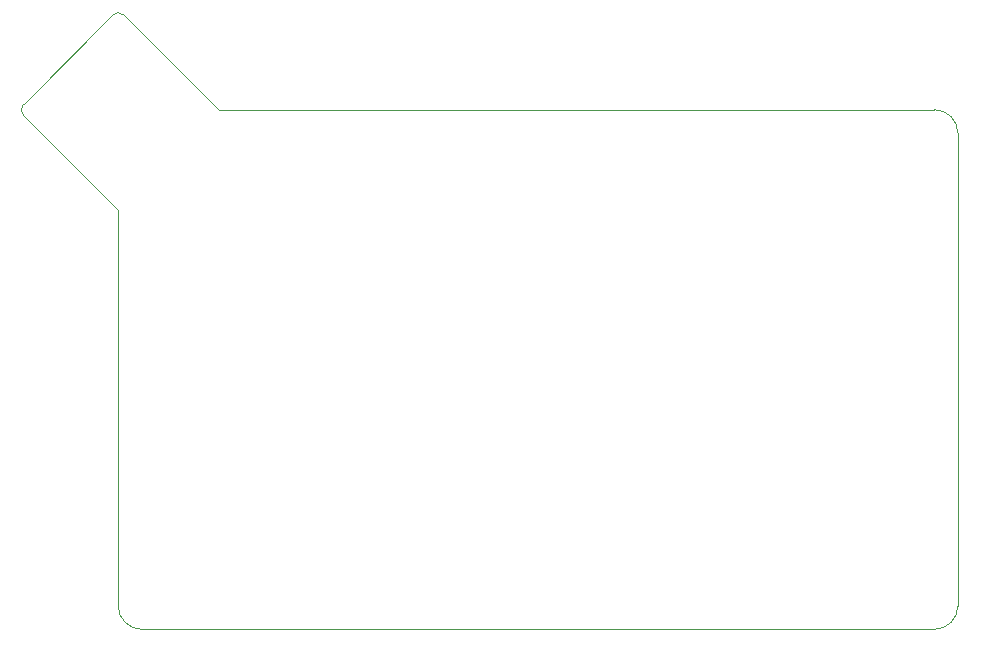
<source format=gm1>
%TF.GenerationSoftware,KiCad,Pcbnew,8.0.5*%
%TF.CreationDate,2024-11-01T13:05:59-07:00*%
%TF.ProjectId,bizcard,62697a63-6172-4642-9e6b-696361645f70,rev?*%
%TF.SameCoordinates,Original*%
%TF.FileFunction,Profile,NP*%
%FSLAX46Y46*%
G04 Gerber Fmt 4.6, Leading zero omitted, Abs format (unit mm)*
G04 Created by KiCad (PCBNEW 8.0.5) date 2024-11-01 13:05:59*
%MOMM*%
%LPD*%
G01*
G04 APERTURE LIST*
%TA.AperFunction,Profile*%
%ADD10C,0.050000*%
%TD*%
G04 APERTURE END LIST*
D10*
X71000001Y-52000001D02*
G75*
G02*
X71999999Y-52000001I499999J-500000D01*
G01*
X142600000Y-102000000D02*
G75*
G02*
X140600000Y-104000000I-2000000J0D01*
G01*
X71500000Y-102000000D02*
X71500000Y-68500000D01*
X73500000Y-104000000D02*
X73500000Y-104000000D01*
X73500000Y-104000000D02*
G75*
G02*
X71500000Y-102000000I0J2000000D01*
G01*
X140600000Y-60000000D02*
X140600000Y-60000000D01*
X80000000Y-60000000D02*
X140600000Y-60000000D01*
X140600000Y-60000000D02*
G75*
G02*
X142600000Y-62000000I0J-2000000D01*
G01*
X142600000Y-102000000D02*
X142600000Y-102000000D01*
X63500001Y-59500001D02*
X71000000Y-52000000D01*
X71500000Y-68500000D02*
X63500001Y-60499999D01*
X63500001Y-60499999D02*
G75*
G02*
X63500001Y-59500001I499999J499999D01*
G01*
X142600000Y-62000000D02*
X142600000Y-102000000D01*
X140600000Y-104000000D02*
X73500000Y-104000000D01*
X72000000Y-52000000D02*
X80000000Y-60000000D01*
M02*

</source>
